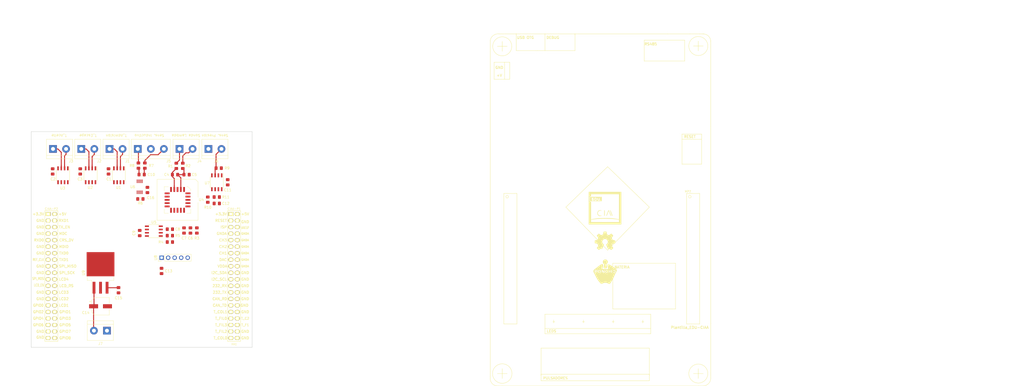
<source format=kicad_pcb>
(kicad_pcb (version 20171130) (host pcbnew "(5.0.0)")
  (title_block (title "Poncho Básico (Cambiar por el nombre del Poncho)") (date 2016-08-07) (rev 1.0) (company "Proyecto CIAA - COMPUTADORA INDUSTRIAL ABIERTA ARGENTINA") (comment 1 https://github.com/ciaa/Ponchos/tree/master/Basico/doc) (comment 2 "Autores y Licencia del template (Diego Brengi - UNLaM)") (comment 3 "Autor del poncho (COMPLETAR NOMBRE Y APELLIDO). Ver directorio \"doc\""))
  (layers (0 F.Cu mixed) (1 In1.Cu power) (2 In2.Cu power) (31 B.Cu signal) (34 B.Paste user) (35 F.Paste user) (36 B.SilkS user) (37 F.SilkS user) (38 B.Mask user) (39 F.Mask user) (44 Edge.Cuts user))
  (net 0 "")
  (net 1 +5V)
  (net 2 GND)
  (net 3 "Net-(C1-Pad1)")
  (net 4 "Net-(C1-Pad2)")
  (net 5 +3V3)
  (net 6 "Net-(C4-Pad1)")
  (net 7 "Net-(C4-Pad2)")
  (net 8 "Net-(C6-Pad1)")
  (net 9 "Net-(C7-Pad1)")
  (net 10 "Net-(C8-Pad1)")
  (net 11 "Net-(C10-Pad2)")
  (net 12 "Net-(C10-Pad1)")
  (net 13 "Net-(C12-Pad1)")
  (net 14 /edu-ciaa/PRES_IN)
  (net 15 +12V)
  (net 16 "Net-(J1-Pad1)")
  (net 17 "Net-(J1-Pad2)")
  (net 18 "Net-(J2-Pad2)")
  (net 19 "Net-(J2-Pad1)")
  (net 20 "Net-(J3-Pad2)")
  (net 21 "Net-(J3-Pad1)")
  (net 22 "Net-(J4-Pad1)")
  (net 23 "Net-(J4-Pad2)")
  (net 24 "Net-(J5-Pad1)")
  (net 25 "Net-(J5-Pad3)")
  (net 26 "Net-(J6-Pad2)")
  (net 27 /edu-ciaa/O2_IN)
  (net 28 "Net-(R5-Pad2)")
  (net 29 /rpm/RPM_PULSE)
  (net 30 /edu-ciaa/SCK)
  (net 31 /edu-ciaa/ADM_CS)
  (net 32 /edu-ciaa/SO)
  (net 33 "Net-(U1-Pad8)")
  (net 34 "Net-(U2-Pad8)")
  (net 35 /edu-ciaa/ESC_CS)
  (net 36 /edu-ciaa/ACT_CS)
  (net 37 "Net-(U3-Pad8)")
  (net 38 "Net-(U5-Pad7)")
  (net 39 "Net-(U6-Pad8)")
  (net 40 "Net-(U6-Pad3)")
  (net 41 "Net-(U7-Pad1)")
  (net 42 /comunicaciones/BT_TX)
  (net 43 /comunicaciones/BT_RX)
  (net 44 /comunicaciones/BT_STATE)
  (net 45 "Net-(XA1-Pad6)")
  (net 46 "Net-(XA1-Pad15)")
  (net 47 "Net-(XA1-Pad17)")
  (net 48 "Net-(XA1-Pad19)")
  (net 49 "Net-(XA1-Pad21)")
  (net 50 "Net-(XA1-Pad29)")
  (net 51 "Net-(XA1-Pad31)")
  (net 52 "Net-(XA1-Pad33)")
  (net 53 "Net-(XA1-Pad34)")
  (net 54 "Net-(XA1-Pad36)")
  (net 55 "Net-(XA1-Pad35)")
  (net 56 "Net-(XA1-Pad37)")
  (net 57 "Net-(XA1-Pad3)")
  (net 58 "Net-(XA1-Pad5)")
  (net 59 "Net-(XA1-Pad39)")
  (net 60 "Net-(XA1-Pad44)")
  (net 61 "Net-(XA1-Pad46)")
  (net 62 "Net-(XA1-Pad48)")
  (net 63 "Net-(XA1-Pad49)")
  (net 64 "Net-(XA1-Pad50)")
  (net 65 "Net-(XA1-Pad52)")
  (net 66 "Net-(XA1-Pad54)")
  (net 67 "Net-(XA1-Pad55)")
  (net 68 "Net-(XA1-Pad56)")
  (net 69 "Net-(XA1-Pad61)")
  (net 70 "Net-(XA1-Pad63)")
  (net 71 "Net-(XA1-Pad68)")
  (net 72 "Net-(XA1-Pad69)")
  (net 73 "Net-(XA1-Pad70)")
  (net 74 "Net-(XA1-Pad71)")
  (net 75 "Net-(XA1-Pad73)")
  (net 76 "Net-(XA1-Pad74)")
  (net 77 "Net-(XA1-Pad75)")
  (net 78 "Net-(XA1-Pad76)")
  (net 79 "Net-(XA1-Pad78)")
  (net 80 "Net-(XA1-Pad80)")
  (net 81 "Net-(XA1-Pad13)")
  (module footprint:Logo_EDU-CIAA (layer F.Cu) (at 116.39 96.805)
    (fp_text reference G*** hide)
    (fp_text value Logo_EDU-CIAA hide)
  )
  (module footprint:Logo_OSHWA (layer F.Cu) (at 116.39 109.505)
    (fp_text reference G101 hide)
    (fp_text value Logo_OSHWA hide)
  )
  (module footprint:Logo_Poncho (layer F.Cu) (at 116.39 121.57)
    (fp_text reference G*** hide)
    (fp_text value LOGO hide)
  )
  (module footprint:Plantilla_EDU-CIAA (layer F.Cu) (at 149.41 92.36)
    (fp_text reference MP? (at -0.762 -2.032) (layer F.SilkS) (effects (font (size 0.8 0.8) (thickness 0.12))))
    (fp_text value Plantilla_EDU-CIAA (at -0.03 50.9) (layer F.SilkS) (effects (font (size 1.016 1.016) (thickness 0.2032))))
    (fp_text user GND (at -74.168 -50.292) (layer F.SilkS) (effects (font (thickness 0.2))))
    (fp_text user +V (at -74.168 -47.244) (layer F.SilkS) (effects (font (thickness 0.2))))
    (fp_text user DEBUG (at -53.34 -61.976) (layer F.SilkS) (effects (font (thickness 0.2))))
    (fp_text user "USB OTG" (at -64.008 -61.976) (layer F.SilkS) (effects (font (thickness 0.2))))
    (fp_text user RS485 (at -15.24 -59.436) (layer F.SilkS) (effects (font (thickness 0.2))))
    (fp_text user RESET (at 0 -23.368) (layer F.SilkS) (effects (font (thickness 0.2))))
    (fp_text user BATERIA (at -26.416 27.432) (layer F.SilkS) (effects (font (thickness 0.2))))
    (fp_text user LEDS (at -53.848 52.324) (layer F.SilkS) (effects (font (thickness 0.2))))
    (fp_text user PULSADORES (at -52.324 70.612) (layer F.SilkS) (effects (font (thickness 0.2))))
  )
  (module Capacitor_SMD:C_0805_2012Metric_Pad1.15x1.40mm_HandSolder (layer F.Cu) (at -76.888792 82.503661 270)
    (fp_text reference C1 (at 2.996339 -0.138792) (layer F.SilkS))
    (fp_text value 0.01uF hide)
    (pad 1 smd roundrect (at -1.025 0 270) (size 1.15 1.4) (layers F.Cu F.Paste F.Mask) (roundrect_rratio 0.217391) (net 3 "Net-(C1-Pad1)"))
    (pad 2 smd roundrect (at 1.025 0 270) (size 1.15 1.4) (layers F.Cu F.Paste F.Mask) (roundrect_rratio 0.217391) (net 4 "Net-(C1-Pad2)"))
  )
  (module Capacitor_SMD:C_0805_2012Metric_Pad1.15x1.40mm_HandSolder (layer F.Cu) (at -98.638792 82.503661 90)
    (fp_text reference C2 (at -2.996339 0.138792 180) (layer F.SilkS))
    (fp_text value 0.01uF hide)
    (pad 2 smd roundrect (at 1.025 0 90) (size 1.15 1.4) (layers F.Cu F.Paste F.Mask) (roundrect_rratio 0.217391) (net 5 +3V3))
    (pad 1 smd roundrect (at -1.025 0 90) (size 1.15 1.4) (layers F.Cu F.Paste F.Mask) (roundrect_rratio 0.217391) (net 2 GND))
  )
  (module Capacitor_SMD:C_0805_2012Metric_Pad1.15x1.40mm_HandSolder (layer F.Cu) (at -87.888792 82.503661 270)
    (fp_text reference C3 (at 2.996339 0.111208) (layer F.SilkS))
    (fp_text value 0.01uF hide)
    (pad 2 smd roundrect (at 1.025 0 270) (size 1.15 1.4) (layers F.Cu F.Paste F.Mask) (roundrect_rratio 0.217391) (net 4 "Net-(C1-Pad2)"))
    (pad 1 smd roundrect (at -1.025 0 270) (size 1.15 1.4) (layers F.Cu F.Paste F.Mask) (roundrect_rratio 0.217391) (net 3 "Net-(C1-Pad1)"))
  )
  (module Capacitor_SMD:C_0805_2012Metric_Pad1.15x1.40mm_HandSolder (layer F.Cu) (at -51 83.759266)
    (fp_text reference C4 (at -3.268488 -0.009266 180) (layer F.SilkS))
    (fp_text value 0.01uF hide)
    (pad 1 smd roundrect (at -1.025 0) (size 1.15 1.4) (layers F.Cu F.Paste F.Mask) (roundrect_rratio 0.217391) (net 6 "Net-(C4-Pad1)"))
    (pad 2 smd roundrect (at 1.025 0) (size 1.15 1.4) (layers F.Cu F.Paste F.Mask) (roundrect_rratio 0.217391) (net 7 "Net-(C4-Pad2)"))
  )
  (module Capacitor_SMD:C_0805_2012Metric_Pad1.15x1.40mm_HandSolder (layer F.Cu) (at -46.5 83.759266)
    (fp_text reference C5 (at 3 0 180) (layer F.SilkS))
    (fp_text value 0.01uF hide)
    (pad 2 smd roundrect (at 1.025 0) (size 1.15 1.4) (layers F.Cu F.Paste F.Mask) (roundrect_rratio 0.217391) (net 2 GND))
    (pad 1 smd roundrect (at -1.025 0) (size 1.15 1.4) (layers F.Cu F.Paste F.Mask) (roundrect_rratio 0.217391) (net 7 "Net-(C4-Pad2)"))
  )
  (module Capacitor_SMD:C_0805_2012Metric_Pad1.15x1.40mm_HandSolder (layer F.Cu) (at -45 105.5 270)
    (fp_text reference C6 (at 3 0 180) (layer F.SilkS))
    (fp_text value 0.01uF hide)
    (pad 1 smd roundrect (at -1.025 0 270) (size 1.15 1.4) (layers F.Cu F.Paste F.Mask) (roundrect_rratio 0.217391) (net 8 "Net-(C6-Pad1)"))
    (pad 2 smd roundrect (at 1.025 0 270) (size 1.15 1.4) (layers F.Cu F.Paste F.Mask) (roundrect_rratio 0.217391) (net 2 GND))
  )
  (module Capacitor_SMD:C_0805_2012Metric_Pad1.15x1.40mm_HandSolder (layer F.Cu) (at -47.5 105.5 270)
    (fp_text reference C7 (at 3 0) (layer F.SilkS))
    (fp_text value 0.01uF hide)
    (pad 1 smd roundrect (at -1.025 0 270) (size 1.15 1.4) (layers F.Cu F.Paste F.Mask) (roundrect_rratio 0.217391) (net 9 "Net-(C7-Pad1)"))
    (pad 2 smd roundrect (at 1.025 0 270) (size 1.15 1.4) (layers F.Cu F.Paste F.Mask) (roundrect_rratio 0.217391) (net 2 GND))
  )
  (module Capacitor_SMD:C_0805_2012Metric_Pad1.15x1.40mm_HandSolder (layer F.Cu) (at -53 105)
    (fp_text reference C8 (at 3 0) (layer F.SilkS))
    (fp_text value 0.01uF hide)
    (pad 2 smd roundrect (at 1.025 0) (size 1.15 1.4) (layers F.Cu F.Paste F.Mask) (roundrect_rratio 0.217391) (net 2 GND))
    (pad 1 smd roundrect (at -1.025 0) (size 1.15 1.4) (layers F.Cu F.Paste F.Mask) (roundrect_rratio 0.217391) (net 10 "Net-(C8-Pad1)"))
  )
  (module Capacitor_SMD:C_0805_2012Metric_Pad1.15x1.40mm_HandSolder (layer F.Cu) (at -64.75 106.5 90)
    (fp_text reference C9 (at 0 -2.25 90) (layer F.SilkS))
    (fp_text value 0.01uF hide)
    (pad 1 smd roundrect (at -1.025 0 90) (size 1.15 1.4) (layers F.Cu F.Paste F.Mask) (roundrect_rratio 0.217391) (net 1 +5V))
    (pad 2 smd roundrect (at 1.025 0 90) (size 1.15 1.4) (layers F.Cu F.Paste F.Mask) (roundrect_rratio 0.217391) (net 2 GND))
  )
  (module Capacitor_SMD:C_0805_2012Metric_Pad1.15x1.40mm_HandSolder (layer F.Cu) (at -63.996278 83.730894 180)
    (fp_text reference C10 (at -3.746278 -0.019106 180) (layer F.SilkS))
    (fp_text value 1nF hide)
    (pad 2 smd roundrect (at 1.025 0 180) (size 1.15 1.4) (layers F.Cu F.Paste F.Mask) (roundrect_rratio 0.217391) (net 11 "Net-(C10-Pad2)"))
    (pad 1 smd roundrect (at -1.025 0 180) (size 1.15 1.4) (layers F.Cu F.Paste F.Mask) (roundrect_rratio 0.217391) (net 12 "Net-(C10-Pad1)"))
  )
  (module Capacitor_SMD:C_0805_2012Metric_Pad1.15x1.40mm_HandSolder (layer F.Cu) (at -30.496278 86.730894 90)
    (fp_text reference C11 (at -3.019106 -0.003722 180) (layer F.SilkS))
    (fp_text value 0.01uF hide)
    (pad 1 smd roundrect (at -1.025 0 90) (size 1.15 1.4) (layers F.Cu F.Paste F.Mask) (roundrect_rratio 0.217391) (net 1 +5V))
    (pad 2 smd roundrect (at 1.025 0 90) (size 1.15 1.4) (layers F.Cu F.Paste F.Mask) (roundrect_rratio 0.217391) (net 2 GND))
  )
  (module Capacitor_SMD:C_0805_2012Metric_Pad1.15x1.40mm_HandSolder (layer F.Cu) (at -34.746278 94.980894)
    (fp_text reference C12 (at 3.5 0) (layer F.SilkS))
    (fp_text value 0.01uF hide)
    (pad 1 smd roundrect (at -1.025 0) (size 1.15 1.4) (layers F.Cu F.Paste F.Mask) (roundrect_rratio 0.217391) (net 13 "Net-(C12-Pad1)"))
    (pad 2 smd roundrect (at 1.025 0) (size 1.15 1.4) (layers F.Cu F.Paste F.Mask) (roundrect_rratio 0.217391) (net 14 /edu-ciaa/PRES_IN))
  )
  (module Capacitor_SMD:C_0805_2012Metric_Pad1.15x1.40mm_HandSolder (layer F.Cu) (at -56.25 121.25 270)
    (fp_text reference C13 (at 0 -2.75) (layer F.SilkS))
    (fp_text value 0.01uF hide)
    (pad 2 smd roundrect (at 1.025 0 270) (size 1.15 1.4) (layers F.Cu F.Paste F.Mask) (roundrect_rratio 0.217391) (net 2 GND))
    (pad 1 smd roundrect (at -1.025 0 270) (size 1.15 1.4) (layers F.Cu F.Paste F.Mask) (roundrect_rratio 0.217391) (net 5 +3V3))
  )
  (module Capacitor_SMD:CP_Elec_6.3x3 (layer F.Cu) (at -80 135)
    (fp_text reference C14 (at -5.75 2.5) (layer F.SilkS))
    (fp_text value 0.22uF hide)
    (pad 1 smd rect (at -2.7 0) (size 3.5 1.6) (layers F.Cu F.Paste F.Mask) (net 15 +12V))
    (pad 2 smd rect (at 2.7 0) (size 3.5 1.6) (layers F.Cu F.Paste F.Mask) (net 2 GND))
  )
  (module Capacitor_SMD:C_0805_2012Metric_Pad1.15x1.40mm_HandSolder (layer F.Cu) (at -73 128.75 270)
    (fp_text reference C15 (at 3 0) (layer F.SilkS))
    (fp_text value 0.01uF hide)
    (pad 1 smd roundrect (at -1.025 0 270) (size 1.15 1.4) (layers F.Cu F.Paste F.Mask) (roundrect_rratio 0.217391) (net 1 +5V))
    (pad 2 smd roundrect (at 1.025 0 270) (size 1.15 1.4) (layers F.Cu F.Paste F.Mask) (roundrect_rratio 0.217391) (net 2 GND))
  )
  (module Capacitor_SMD:C_0805_2012Metric_Pad1.15x1.40mm_HandSolder (layer F.Cu) (at -61.746278 89.730894 90)
    (fp_text reference C16 (at -3.019106 1.246278 180) (layer F.SilkS))
    (fp_text value 0.01uF hide)
    (pad 2 smd roundrect (at 1.025 0 90) (size 1.15 1.4) (layers F.Cu F.Paste F.Mask) (roundrect_rratio 0.217391) (net 2 GND))
    (pad 1 smd roundrect (at -1.025 0 90) (size 1.15 1.4) (layers F.Cu F.Paste F.Mask) (roundrect_rratio 0.217391) (net 1 +5V))
  )
  (module TerminalBlock:TerminalBlock_bornier-2_P5.08mm (layer F.Cu) (at -76.5 73.753661)
    (fp_text reference J1 (at 7 4.746339) (layer F.SilkS))
    (fp_text value T_Admisión (at 2.638792 -5.253661 180 unlocked) (layer F.SilkS))
    (pad 1 thru_hole rect (at 0 0) (size 3 3) (drill 1.52) (layers *.Cu *.Mask) (net 16 "Net-(J1-Pad1)"))
    (pad 2 thru_hole circle (at 5.08 0) (size 3 3) (drill 1.52) (layers *.Cu *.Mask) (net 17 "Net-(J1-Pad2)"))
  )
  (module TerminalBlock:TerminalBlock_bornier-2_P5.08mm (layer F.Cu) (at -87.5 73.753661)
    (fp_text reference J2 (at 7 4.746339) (layer F.SilkS))
    (fp_text value T_Escape (at 2.638792 -5.253661 180 unlocked) (layer F.SilkS))
    (pad 2 thru_hole circle (at 5.08 0) (size 3 3) (drill 1.52) (layers *.Cu *.Mask) (net 18 "Net-(J2-Pad2)"))
    (pad 1 thru_hole rect (at 0 0) (size 3 3) (drill 1.52) (layers *.Cu *.Mask) (net 19 "Net-(J2-Pad1)"))
  )
  (module TerminalBlock:TerminalBlock_bornier-2_P5.08mm (layer F.Cu) (at -98.5 73.75)
    (fp_text reference J3 (at 7 4.75) (layer F.SilkS))
    (fp_text value T_Aceite (at 2.388792 -5.25 180 unlocked) (layer F.SilkS))
    (pad 2 thru_hole circle (at 5.08 0) (size 3 3) (drill 1.52) (layers *.Cu *.Mask) (net 20 "Net-(J3-Pad2)"))
    (pad 1 thru_hole rect (at 0 0) (size 3 3) (drill 1.52) (layers *.Cu *.Mask) (net 21 "Net-(J3-Pad1)"))
  )
  (module TerminalBlock:TerminalBlock_bornier-2_P5.08mm (layer F.Cu) (at -49.25 73.75)
    (fp_text reference J4 (at 7.75 4.75) (layer F.SilkS))
    (fp_text value "Sonda Lambda" (at 2.54 -5.25 180 unlocked) (layer F.SilkS))
    (pad 1 thru_hole rect (at 0 0) (size 3 3) (drill 1.52) (layers *.Cu *.Mask) (net 22 "Net-(J4-Pad1)"))
    (pad 2 thru_hole circle (at 5.08 0) (size 3 3) (drill 1.52) (layers *.Cu *.Mask) (net 23 "Net-(J4-Pad2)"))
  )
  (module TerminalBlock:TerminalBlock_bornier-3_P5.08mm (layer F.Cu) (at -65.496278 73.75)
    (fp_text reference J5 (at 11.996278 4.75) (layer F.SilkS))
    (fp_text value "Sens. Inductivo" (at 4.496278 -5.25 180 unlocked) (layer F.SilkS))
    (pad 1 thru_hole rect (at 0 0) (size 3 3) (drill 1.52) (layers *.Cu *.Mask) (net 24 "Net-(J5-Pad1)"))
    (pad 2 thru_hole circle (at 5.08 0) (size 3 3) (drill 1.52) (layers *.Cu *.Mask) (net 2 GND))
    (pad 3 thru_hole circle (at 10.16 0) (size 3 3) (drill 1.52) (layers *.Cu *.Mask) (net 25 "Net-(J5-Pad3)"))
  )
  (module TerminalBlock:TerminalBlock_bornier-2_P5.08mm (layer F.Cu) (at -38 73.75)
    (fp_text reference J6 (at 3 4.75) (layer F.SilkS))
    (fp_text value "Sens. Presión" (at 2.5 -5.25 180 unlocked) (layer F.SilkS))
    (pad 2 thru_hole circle (at 5.08 0) (size 3 3) (drill 1.52) (layers *.Cu *.Mask) (net 26 "Net-(J6-Pad2)"))
    (pad 1 thru_hole rect (at 0 0) (size 3 3) (drill 1.52) (layers *.Cu *.Mask) (net 2 GND))
  )
  (module TerminalBlock:TerminalBlock_bornier-2_P5.08mm (layer F.Cu) (at -77.5 144.5 180)
    (fp_text reference J7 (at 2.54 -5.08 180) (layer F.SilkS))
    (fp_text value BATT)
    (pad 1 thru_hole rect (at 0 0 180) (size 3 3) (drill 1.52) (layers *.Cu *.Mask) (net 2 GND))
    (pad 2 thru_hole circle (at 5.08 0 180) (size 3 3) (drill 1.52) (layers *.Cu *.Mask) (net 15 +12V))
  )
  (module Resistor_SMD:R_0805_2012Metric_Pad1.15x1.40mm_HandSolder (layer F.Cu) (at -50.5 80.332149 90)
    (fp_text reference R1 (at -0.167851 -2.268488 180) (layer F.SilkS))
    (fp_text value 100ohm hide)
    (pad 2 smd roundrect (at 1.025 0 90) (size 1.15 1.4) (layers F.Cu F.Paste F.Mask) (roundrect_rratio 0.217391) (net 22 "Net-(J4-Pad1)"))
    (pad 1 smd roundrect (at -1.025 0 90) (size 1.15 1.4) (layers F.Cu F.Paste F.Mask) (roundrect_rratio 0.217391) (net 6 "Net-(C4-Pad1)"))
  )
  (module Resistor_SMD:R_0805_2012Metric_Pad1.15x1.40mm_HandSolder (layer F.Cu) (at -47.981512 80.332149 90)
    (fp_text reference R2 (at 0 2.040744 180) (layer F.SilkS))
    (fp_text value 100ohm hide)
    (pad 1 smd roundrect (at -1.025 0 90) (size 1.15 1.4) (layers F.Cu F.Paste F.Mask) (roundrect_rratio 0.217391) (net 7 "Net-(C4-Pad2)"))
    (pad 2 smd roundrect (at 1.025 0 90) (size 1.15 1.4) (layers F.Cu F.Paste F.Mask) (roundrect_rratio 0.217391) (net 23 "Net-(J4-Pad2)"))
  )
  (module Resistor_SMD:R_0805_2012Metric_Pad1.15x1.40mm_HandSolder (layer F.Cu) (at -42.5 105.5 270)
    (fp_text reference R3 (at 3 0) (layer F.SilkS))
    (fp_text value 10k hide)
    (pad 1 smd roundrect (at -1.025 0 270) (size 1.15 1.4) (layers F.Cu F.Paste F.Mask) (roundrect_rratio 0.217391) (net 8 "Net-(C6-Pad1)"))
    (pad 2 smd roundrect (at 1.025 0 270) (size 1.15 1.4) (layers F.Cu F.Paste F.Mask) (roundrect_rratio 0.217391) (net 15 +12V))
  )
  (module Resistor_SMD:R_0805_2012Metric_Pad1.15x1.40mm_HandSolder (layer F.Cu) (at -53 110)
    (fp_text reference R4 (at -3.5 0) (layer F.SilkS))
    (fp_text value 1.1k hide)
    (pad 1 smd roundrect (at -1.025 0) (size 1.15 1.4) (layers F.Cu F.Paste F.Mask) (roundrect_rratio 0.217391) (net 2 GND))
    (pad 2 smd roundrect (at 1.025 0) (size 1.15 1.4) (layers F.Cu F.Paste F.Mask) (roundrect_rratio 0.217391) (net 27 /edu-ciaa/O2_IN))
  )
  (module Resistor_SMD:R_0805_2012Metric_Pad1.15x1.40mm_HandSolder (layer F.Cu) (at -53 107.5 180)
    (fp_text reference R5 (at -3 0 180) (layer F.SilkS))
    (fp_text value 680 hide)
    (pad 2 smd roundrect (at 1.025 0 180) (size 1.15 1.4) (layers F.Cu F.Paste F.Mask) (roundrect_rratio 0.217391) (net 28 "Net-(R5-Pad2)"))
    (pad 1 smd roundrect (at -1.025 0 180) (size 1.15 1.4) (layers F.Cu F.Paste F.Mask) (roundrect_rratio 0.217391) (net 27 /edu-ciaa/O2_IN))
  )
  (module Resistor_SMD:R_0805_2012Metric_Pad1.15x1.40mm_HandSolder (layer F.Cu) (at -64.496278 93.230894 180)
    (fp_text reference R6 (at 0 -1.65 180) (layer F.SilkS))
    (fp_text value 10k hide)
    (pad 2 smd roundrect (at 1.025 0 180) (size 1.15 1.4) (layers F.Cu F.Paste F.Mask) (roundrect_rratio 0.217391) (net 29 /rpm/RPM_PULSE))
    (pad 1 smd roundrect (at -1.025 0 180) (size 1.15 1.4) (layers F.Cu F.Paste F.Mask) (roundrect_rratio 0.217391) (net 1 +5V))
  )
  (module Resistor_SMD:R_0805_2012Metric_Pad1.15x1.40mm_HandSolder (layer F.Cu) (at -62.75 80.25 270)
    (fp_text reference R7 (at 0 -2.5) (layer F.SilkS))
    (fp_text value 10k hide)
    (pad 2 smd roundrect (at 1.025 0 270) (size 1.15 1.4) (layers F.Cu F.Paste F.Mask) (roundrect_rratio 0.217391) (net 12 "Net-(C10-Pad1)"))
    (pad 1 smd roundrect (at -1.025 0 270) (size 1.15 1.4) (layers F.Cu F.Paste F.Mask) (roundrect_rratio 0.217391) (net 25 "Net-(J5-Pad3)"))
  )
  (module Resistor_SMD:R_0805_2012Metric_Pad1.15x1.40mm_HandSolder (layer F.Cu) (at -65.25 80.25 270)
    (fp_text reference R8 (at 0 2.5) (layer F.SilkS))
    (fp_text value 10k hide)
    (pad 1 smd roundrect (at -1.025 0 270) (size 1.15 1.4) (layers F.Cu F.Paste F.Mask) (roundrect_rratio 0.217391) (net 24 "Net-(J5-Pad1)"))
    (pad 2 smd roundrect (at 1.025 0 270) (size 1.15 1.4) (layers F.Cu F.Paste F.Mask) (roundrect_rratio 0.217391) (net 11 "Net-(C10-Pad2)"))
  )
  (module Resistor_SMD:R_0805_2012Metric_Pad1.15x1.40mm_HandSolder (layer F.Cu) (at -34 81.230894 180)
    (fp_text reference R9 (at -3.25 -0.019106 180) (layer F.SilkS))
    (fp_text value R_US hide)
    (pad 1 smd roundrect (at -1.025 0 180) (size 1.15 1.4) (layers F.Cu F.Paste F.Mask) (roundrect_rratio 0.217391) (net 1 +5V))
    (pad 2 smd roundrect (at 1.025 0 180) (size 1.15 1.4) (layers F.Cu F.Paste F.Mask) (roundrect_rratio 0.217391) (net 26 "Net-(J6-Pad2)"))
  )
  (module Resistor_SMD:R_0805_2012Metric_Pad1.15x1.40mm_HandSolder (layer F.Cu) (at -38.25 93.5 90)
    (fp_text reference R10 (at -3 0 180) (layer F.SilkS))
    (fp_text value R_US hide)
    (pad 2 smd roundrect (at 1.025 0 90) (size 1.15 1.4) (layers F.Cu F.Paste F.Mask) (roundrect_rratio 0.217391) (net 13 "Net-(C12-Pad1)"))
    (pad 1 smd roundrect (at -1.025 0 90) (size 1.15 1.4) (layers F.Cu F.Paste F.Mask) (roundrect_rratio 0.217391) (net 2 GND))
  )
  (module Resistor_SMD:R_0805_2012Metric_Pad1.15x1.40mm_HandSolder (layer F.Cu) (at -34.746278 92.480894 180)
    (fp_text reference R11 (at -3.5 0 180) (layer F.SilkS))
    (fp_text value R_US hide)
    (pad 1 smd roundrect (at -1.025 0 180) (size 1.15 1.4) (layers F.Cu F.Paste F.Mask) (roundrect_rratio 0.217391) (net 14 /edu-ciaa/PRES_IN))
    (pad 2 smd roundrect (at 1.025 0 180) (size 1.15 1.4) (layers F.Cu F.Paste F.Mask) (roundrect_rratio 0.217391) (net 13 "Net-(C12-Pad1)"))
  )
  (module Package_SO:SOIC-8_3.9x4.9mm_P1.27mm (layer F.Cu) (at -72.888792 84.003661 270)
    (fp_text reference U1 (at 4.746339 0.111208) (layer F.SilkS))
    (fp_text value MAX31855 hide)
    (pad 1 smd rect (at -2.7 -1.905 270) (size 1.55 0.6) (layers F.Cu F.Paste F.Mask) (net 2 GND))
    (pad 2 smd rect (at -2.7 -0.635 270) (size 1.55 0.6) (layers F.Cu F.Paste F.Mask) (net 17 "Net-(J1-Pad2)"))
    (pad 3 smd rect (at -2.7 0.635 270) (size 1.55 0.6) (layers F.Cu F.Paste F.Mask) (net 16 "Net-(J1-Pad1)"))
    (pad 4 smd rect (at -2.7 1.905 270) (size 1.55 0.6) (layers F.Cu F.Paste F.Mask) (net 5 +3V3))
    (pad 5 smd rect (at 2.7 1.905 270) (size 1.55 0.6) (layers F.Cu F.Paste F.Mask) (net 30 /edu-ciaa/SCK))
    (pad 6 smd rect (at 2.7 0.635 270) (size 1.55 0.6) (layers F.Cu F.Paste F.Mask) (net 31 /edu-ciaa/ADM_CS))
    (pad 7 smd rect (at 2.7 -0.635 270) (size 1.55 0.6) (layers F.Cu F.Paste F.Mask) (net 32 /edu-ciaa/SO))
    (pad 8 smd rect (at 2.7 -1.905 270) (size 1.55 0.6) (layers F.Cu F.Paste F.Mask) (net 33 "Net-(U1-Pad8)"))
  )
  (module Package_SO:SOIC-8_3.9x4.9mm_P1.27mm (layer F.Cu) (at -83.888792 84.003661 270)
    (fp_text reference U2 (at 4.746339 0.111208) (layer F.SilkS))
    (fp_text value MAX31855 hide)
    (pad 8 smd rect (at 2.7 -1.905 270) (size 1.55 0.6) (layers F.Cu F.Paste F.Mask) (net 34 "Net-(U2-Pad8)"))
    (pad 7 smd rect (at 2.7 -0.635 270) (size 1.55 0.6) (layers F.Cu F.Paste F.Mask) (net 32 /edu-ciaa/SO))
    (pad 6 smd rect (at 2.7 0.635 270) (size 1.55 0.6) (layers F.Cu F.Paste F.Mask) (net 35 /edu-ciaa/ESC_CS))
    (pad 5 smd rect (at 2.7 1.905 270) (size 1.55 0.6) (layers F.Cu F.Paste F.Mask) (net 30 /edu-ciaa/SCK))
    (pad 4 smd rect (at -2.7 1.905 270) (size 1.55 0.6) (layers F.Cu F.Paste F.Mask) (net 5 +3V3))
    (pad 3 smd rect (at -2.7 0.635 270) (size 1.55 0.6) (layers F.Cu F.Paste F.Mask) (net 19 "Net-(J2-Pad1)"))
    (pad 2 smd rect (at -2.7 -0.635 270) (size 1.55 0.6) (layers F.Cu F.Paste F.Mask) (net 18 "Net-(J2-Pad2)"))
    (pad 1 smd rect (at -2.7 -1.905 270) (size 1.55 0.6) (layers F.Cu F.Paste F.Mask) (net 2 GND))
  )
  (module Package_SO:SOIC-8_3.9x4.9mm_P1.27mm (layer F.Cu) (at -94.638792 84.003661 270)
    (fp_text reference U3 (at 4.996339 0.111208) (layer F.SilkS))
    (fp_text value MAX31855 hide)
    (pad 1 smd rect (at -2.7 -1.905 270) (size 1.55 0.6) (layers F.Cu F.Paste F.Mask) (net 2 GND))
    (pad 2 smd rect (at -2.7 -0.635 270) (size 1.55 0.6) (layers F.Cu F.Paste F.Mask) (net 20 "Net-(J3-Pad2)"))
    (pad 3 smd rect (at -2.7 0.635 270) (size 1.55 0.6) (layers F.Cu F.Paste F.Mask) (net 21 "Net-(J3-Pad1)"))
    (pad 4 smd rect (at -2.7 1.905 270) (size 1.55 0.6) (layers F.Cu F.Paste F.Mask) (net 5 +3V3))
    (pad 5 smd rect (at 2.7 1.905 270) (size 1.55 0.6) (layers F.Cu F.Paste F.Mask) (net 30 /edu-ciaa/SCK))
    (pad 6 smd rect (at 2.7 0.635 270) (size 1.55 0.6) (layers F.Cu F.Paste F.Mask) (net 36 /edu-ciaa/ACT_CS))
    (pad 7 smd rect (at 2.7 -0.635 270) (size 1.55 0.6) (layers F.Cu F.Paste F.Mask) (net 32 /edu-ciaa/SO))
    (pad 8 smd rect (at 2.7 -1.905 270) (size 1.55 0.6) (layers F.Cu F.Paste F.Mask) (net 37 "Net-(U3-Pad8)"))
  )
  (module Package_LCC:PLCC-20_SMD-Socket (layer F.Cu) (at -50.022256 93.582149 270)
    (fp_text reference U4 (at -0.082149 -9.272256) (layer F.SilkS))
    (fp_text value LM9044 hide)
    (pad 1 smd rect (at 0 -4.0525 270) (size 0.7 1.925) (layers F.Cu F.Paste F.Mask))
    (pad 2 smd rect (at -1.27 -4.0525 270) (size 0.7 1.925) (layers F.Cu F.Paste F.Mask) (net 2 GND))
    (pad 3 smd rect (at -2.54 -4.0525 270) (size 0.7 1.925) (layers F.Cu F.Paste F.Mask))
    (pad 20 smd rect (at 1.27 -4.0525 270) (size 0.7 1.925) (layers F.Cu F.Paste F.Mask) (net 1 +5V))
    (pad 19 smd rect (at 2.54 -4.0525 270) (size 0.7 1.925) (layers F.Cu F.Paste F.Mask))
    (pad 4 smd rect (at -4.0525 -2.54 270) (size 1.925 0.7) (layers F.Cu F.Paste F.Mask))
    (pad 5 smd rect (at -4.0525 -1.27 270) (size 1.925 0.7) (layers F.Cu F.Paste F.Mask) (net 7 "Net-(C4-Pad2)"))
    (pad 6 smd rect (at -4.0525 0 270) (size 1.925 0.7) (layers F.Cu F.Paste F.Mask))
    (pad 7 smd rect (at -4.0525 1.27 270) (size 1.925 0.7) (layers F.Cu F.Paste F.Mask) (net 6 "Net-(C4-Pad1)"))
    (pad 8 smd rect (at -4.0525 2.54 270) (size 1.925 0.7) (layers F.Cu F.Paste F.Mask))
    (pad 9 smd rect (at -2.54 4.0525 270) (size 0.7 1.925) (layers F.Cu F.Paste F.Mask))
    (pad 10 smd rect (at -1.27 4.0525 270) (size 0.7 1.925) (layers F.Cu F.Paste F.Mask))
    (pad 11 smd rect (at 0 4.0525 270) (size 0.7 1.925) (layers F.Cu F.Paste F.Mask))
    (pad 12 smd rect (at 1.27 4.0525 270) (size 0.7 1.925) (layers F.Cu F.Paste F.Mask) (net 10 "Net-(C8-Pad1)"))
    (pad 13 smd rect (at 2.54 4.0525 270) (size 0.7 1.925) (layers F.Cu F.Paste F.Mask))
    (pad 14 smd rect (at 4.0525 2.54 270) (size 1.925 0.7) (layers F.Cu F.Paste F.Mask))
    (pad 15 smd rect (at 4.0525 1.27 270) (size 1.925 0.7) (layers F.Cu F.Paste F.Mask) (net 9 "Net-(C7-Pad1)"))
    (pad 16 smd rect (at 4.0525 0 270) (size 1.925 0.7) (layers F.Cu F.Paste F.Mask))
    (pad 17 smd rect (at 4.0525 -1.27 270) (size 1.925 0.7) (layers F.Cu F.Paste F.Mask) (net 8 "Net-(C6-Pad1)"))
    (pad 18 smd rect (at 4.0525 -2.54 270) (size 1.925 0.7) (layers F.Cu F.Paste F.Mask))
  )
  (module Package_SO:SOIC-8_3.9x4.9mm_P1.27mm (layer F.Cu) (at -59.25 105.75 180)
    (fp_text reference U5 (at 0 3.5 180) (layer F.SilkS))
    (fp_text value LM358 hide)
    (pad 8 smd rect (at 2.7 -1.905 180) (size 1.55 0.6) (layers F.Cu F.Paste F.Mask) (net 1 +5V))
    (pad 7 smd rect (at 2.7 -0.635 180) (size 1.55 0.6) (layers F.Cu F.Paste F.Mask) (net 38 "Net-(U5-Pad7)"))
    (pad 6 smd rect (at 2.7 0.635 180) (size 1.55 0.6) (layers F.Cu F.Paste F.Mask) (net 2 GND))
    (pad 5 smd rect (at 2.7 1.905 180) (size 1.55 0.6) (layers F.Cu F.Paste F.Mask) (net 2 GND))
    (pad 4 smd rect (at -2.7 1.905 180) (size 1.55 0.6) (layers F.Cu F.Paste F.Mask) (net 2 GND))
    (pad 3 smd rect (at -2.7 0.635 180) (size 1.55 0.6) (layers F.Cu F.Paste F.Mask) (net 10 "Net-(C8-Pad1)"))
    (pad 2 smd rect (at -2.7 -0.635 180) (size 1.55 0.6) (layers F.Cu F.Paste F.Mask) (net 28 "Net-(R5-Pad2)"))
    (pad 1 smd rect (at -2.7 -1.905 180) (size 1.55 0.6) (layers F.Cu F.Paste F.Mask) (net 28 "Net-(R5-Pad2)"))
  )
  (module umax:UMAX10 (layer F.Cu) (at -64.746278 88.480894 270)
    (fp_text reference U6 (at 0.019106 2.753722) (layer F.SilkS))
    (fp_text value MAX9924 hide)
    (pad 10 smd rect (at 2.14 -1 270) (size 1.4 0.28) (layers F.Cu F.Paste F.Mask) (net 1 +5V))
    (pad 9 smd rect (at 2.14 -0.5 270) (size 1.4 0.28) (layers F.Cu F.Paste F.Mask) (net 2 GND))
    (pad 8 smd rect (at 2.14 0 270) (size 1.4 0.28) (layers F.Cu F.Paste F.Mask) (net 39 "Net-(U6-Pad8)"))
    (pad 7 smd rect (at 2.14 0.5 270) (size 1.4 0.28) (layers F.Cu F.Paste F.Mask) (net 29 /rpm/RPM_PULSE))
    (pad 6 smd rect (at 2.14 1 270) (size 1.4 0.28) (layers F.Cu F.Paste F.Mask) (net 2 GND))
    (pad 5 smd rect (at -2.14 1 270) (size 1.4 0.28) (layers F.Cu F.Paste F.Mask) (net 2 GND))
    (pad 4 smd rect (at -2.14 0.5 270) (size 1.4 0.28) (layers F.Cu F.Paste F.Mask) (net 2 GND))
    (pad 3 smd rect (at -2.14 0 270) (size 1.4 0.28) (layers F.Cu F.Paste F.Mask) (net 40 "Net-(U6-Pad3)"))
    (pad 2 smd rect (at -2.14 -0.5 270) (size 1.4 0.28) (layers F.Cu F.Paste F.Mask) (net 11 "Net-(C10-Pad2)"))
    (pad 1 smd rect (at -2.14 -1 270) (size 1.4 0.28) (layers F.Cu F.Paste F.Mask) (net 12 "Net-(C10-Pad1)"))
  )
  (module Package_SO:SOIC-8_3.9x4.9mm_P1.27mm (layer F.Cu) (at -34.746278 86.730894 270)
    (fp_text reference U7 (at 0.269106 3.753722) (layer F.SilkS))
    (fp_text value LM358 hide)
    (pad 1 smd rect (at -2.7 -1.905 270) (size 1.55 0.6) (layers F.Cu F.Paste F.Mask) (net 41 "Net-(U7-Pad1)"))
    (pad 2 smd rect (at -2.7 -0.635 270) (size 1.55 0.6) (layers F.Cu F.Paste F.Mask) (net 41 "Net-(U7-Pad1)"))
    (pad 3 smd rect (at -2.7 0.635 270) (size 1.55 0.6) (layers F.Cu F.Paste F.Mask) (net 26 "Net-(J6-Pad2)"))
    (pad 4 smd rect (at -2.7 1.905 270) (size 1.55 0.6) (layers F.Cu F.Paste F.Mask) (net 2 GND))
    (pad 5 smd rect (at 2.7 1.905 270) (size 1.55 0.6) (layers F.Cu F.Paste F.Mask) (net 41 "Net-(U7-Pad1)"))
    (pad 6 smd rect (at 2.7 0.635 270) (size 1.55 0.6) (layers F.Cu F.Paste F.Mask) (net 13 "Net-(C12-Pad1)"))
    (pad 7 smd rect (at 2.7 -0.635 270) (size 1.55 0.6) (layers F.Cu F.Paste F.Mask) (net 14 /edu-ciaa/PRES_IN))
    (pad 8 smd rect (at 2.7 -1.905 270) (size 1.55 0.6) (layers F.Cu F.Paste F.Mask) (net 1 +5V))
  )
  (module Connector_PinHeader_2.54mm:PinHeader_1x05_P2.54mm_Vertical (layer F.Cu) (at -56.224999 116.104999 90)
    (fp_text reference U8 (at 0 -2.33 90) (layer F.SilkS))
    (fp_text value hm10)
    (pad 1 thru_hole rect (at 0 0 90) (size 1.7 1.7) (drill 1) (layers *.Cu *.Mask) (net 42 /comunicaciones/BT_TX))
    (pad 2 thru_hole oval (at 0 2.54 90) (size 1.7 1.7) (drill 1) (layers *.Cu *.Mask) (net 43 /comunicaciones/BT_RX))
    (pad 3 thru_hole oval (at 0 5.08 90) (size 1.7 1.7) (drill 1) (layers *.Cu *.Mask) (net 44 /comunicaciones/BT_STATE))
    (pad 4 thru_hole oval (at 0 7.62 90) (size 1.7 1.7) (drill 1) (layers *.Cu *.Mask))
    (pad 5 thru_hole oval (at 0 10.16 90) (size 1.7 1.7) (drill 1) (layers *.Cu *.Mask))
  )
  (module Package_TO_SOT_SMD:TO-263-3_TabPin4 (layer F.Cu) (at -80 122 90)
    (fp_text reference U9 (at 0 -6.65 90) (layer F.SilkS))
    (fp_text value L7805 hide)
    (pad 1 smd rect (at -5.775 -2.54 90) (size 4.6 1.1) (layers F.Cu F.Paste F.Mask) (net 15 +12V))
    (pad 2 smd rect (at -5.775 0 90) (size 4.6 1.1) (layers F.Cu F.Paste F.Mask) (net 2 GND))
    (pad 3 smd rect (at -5.775 2.54 90) (size 4.6 1.1) (layers F.Cu F.Paste F.Mask) (net 1 +5V))
    (pad 4 smd rect (at 3.375 0 90) (size 9.4 10.8) (layers F.Cu F.Mask) (net 2 GND))
  )
  (module footprint:Conn_Poncho_SinBorde (layer F.Cu) (at -29.284999 99.095001)
    (fp_text reference XA1 (at 1.284999 50.654999) (layer F.SilkS) (effects (font (size 0.8 0.8) (thickness 0.12))))
    (fp_text value Conn_Poncho2P_2x_20x2 hide)
    (fp_text user GPIO8 (at -64.516 48.26) (layer F.SilkS) (effects (font (thickness 0.2))))
    (fp_text user GPIO7 (at -64.516 45.72) (layer F.SilkS) (effects (font (thickness 0.2))))
    (fp_text user GPIO5 (at -64.516 43.18) (layer F.SilkS) (effects (font (thickness 0.2))))
    (fp_text user GPIO3 (at -64.516 40.64) (layer F.SilkS) (effects (font (thickness 0.2))))
    (fp_text user GPIO1 (at -64.516 38.1) (layer F.SilkS) (effects (font (thickness 0.2))))
    (fp_text user LCD1 (at -65.024 35.56) (layer F.SilkS) (effects (font (thickness 0.2))))
    (fp_text user LCD2 (at -65.024 33.02) (layer F.SilkS) (effects (font (thickness 0.2))))
    (fp_text user LCD3 (at -65.024 30.48) (layer F.SilkS) (effects (font (thickness 0.2))))
    (fp_text user LCD_RS (at -64.008 27.94) (layer F.SilkS) (effects (font (thickness 0.2))))
    (fp_text user LCD4 (at -65.024 25.4) (layer F.SilkS) (effects (font (thickness 0.2))))
    (fp_text user SPI_SCK (at -63.754 22.86) (layer F.SilkS) (effects (font (thickness 0.2))))
    (fp_text user SPI_MISO (at -63.5 20.32) (layer F.SilkS) (effects (font (thickness 0.2))))
    (fp_text user TXD1 (at -65.024 17.78) (layer F.SilkS) (effects (font (thickness 0.2))))
    (fp_text user TXD0 (at -65.024 15.24) (layer F.SilkS) (effects (font (thickness 0.2))))
    (fp_text user MDIO (at -65.024 12.7) (layer F.SilkS) (effects (font (thickness 0.2))))
    (fp_text user CRS_DV (at -64.008 10.16) (layer F.SilkS) (effects (font (thickness 0.2))))
    (fp_text user MDC (at -65.278 7.62) (layer F.SilkS) (effects (font (thickness 0.2))))
    (fp_text user TX_EN (at -64.77 5.08) (layer F.SilkS) (effects (font (thickness 0.2))))
    (fp_text user RXD1 (at -65.024 2.54) (layer F.SilkS) (effects (font (thickness 0.2))))
    (fp_text user +5V (at -65.532 0) (layer F.SilkS) (effects (font (thickness 0.2))))
    (fp_text user GND (at -74.168 48.006) (layer F.SilkS) (effects (font (thickness 0.2))))
    (fp_text user GND (at -74.168 45.72) (layer F.SilkS) (effects (font (thickness 0.2))))
    (fp_text user GPIO6 (at -74.93 43.18) (layer F.SilkS) (effects (font (size 1 0.9) (thickness 0.2))))
    (fp_text user GPIO4 (at -74.93 40.64) (layer F.SilkS) (effects (font (size 1 0.9) (thickness 0.2))))
    (fp_text user GPIO2 (at -74.93 38.1) (layer F.SilkS) (effects (font (size 1 0.9) (thickness 0.2))))
    (fp_text user GPIO0 (at -74.93 35.56) (layer F.SilkS) (effects (font (size 1 0.9) (thickness 0.2))))
    (fp_text user GND (at -74.168 33.02) (layer F.SilkS) (effects (font (thickness 0.2))))
    (fp_text user GND (at -74.168 30.48) (layer F.SilkS) (effects (font (thickness 0.2))))
    (fp_text user LCD_EN (at -74.676 27.686) (layer F.SilkS) (effects (font (size 1 0.7) (thickness 0.17))))
    (fp_text user SPI_MOSI (at -74.93 25.146) (layer F.SilkS) (effects (font (size 1 0.7) (thickness 0.17))))
    (fp_text user GND (at -74.168 22.86) (layer F.SilkS) (effects (font (thickness 0.2))))
    (fp_text user GND (at -74.168 20.32) (layer F.SilkS) (effects (font (thickness 0.2))))
    (fp_text user REF_CLK (at -74.93 17.78) (layer F.SilkS) (effects (font (size 0.9 0.7) (thickness 0.175))))
    (fp_text user GND (at -74.168 15.24) (layer F.SilkS) (effects (font (thickness 0.2))))
    (fp_text user GND (at -74.168 12.7) (layer F.SilkS) (effects (font (thickness 0.2))))
    (fp_text user GND (at -74.168 7.62) (layer F.SilkS) (effects (font (thickness 0.2))))
    (fp_text user RXD0 (at -74.676 10.16) (layer F.SilkS) (effects (font (thickness 0.2))))
    (fp_text user GND (at -74.168 5.08) (layer F.SilkS) (effects (font (thickness 0.2))))
    (fp_text user GND (at -74.168 2.54) (layer F.SilkS) (effects (font (thickness 0.2))))
    (fp_text user +3.3V (at -74.93 0) (layer F.SilkS) (effects (font (thickness 0.2))))
    (fp_text user GND (at 5.588 48.26) (layer F.SilkS) (effects (font (thickness 0.2))))
    (fp_text user GND (at 5.588 45.72) (layer F.SilkS) (effects (font (thickness 0.2))))
    (fp_text user T_F1 (at 5.588 43.18) (layer F.SilkS) (effects (font (size 0.9 0.9) (thickness 0.18))))
    (fp_text user T_C2 (at 5.588 40.64) (layer F.SilkS) (effects (font (size 0.9 0.9) (thickness 0.18))))
    (fp_text user GND (at 5.588 38.1) (layer F.SilkS) (effects (font (thickness 0.2))))
    (fp_text user GND (at 5.334 35.56) (layer F.SilkS) (effects (font (thickness 0.2))))
    (fp_text user GND (at 5.588 33.02) (layer F.SilkS) (effects (font (thickness 0.2))))
    (fp_text user GND (at 5.588 30.48) (layer F.SilkS) (effects (font (thickness 0.2))))
    (fp_text user GND (at 5.588 27.94) (layer F.SilkS) (effects (font (thickness 0.2))))
    (fp_text user GND (at 5.588 25.4) (layer F.SilkS) (effects (font (thickness 0.2))))
    (fp_text user GND (at 5.588 22.86) (layer F.SilkS) (effects (font (thickness 0.2))))
    (fp_text user GNDA (at 5.588 20.32) (layer F.SilkS) (effects (font (size 0.76 0.76) (thickness 0.19))))
    (fp_text user GNDA (at 5.588 17.78) (layer F.SilkS) (effects (font (size 0.76 0.76) (thickness 0.19))))
    (fp_text user GNDA (at 5.588 15.24) (layer F.SilkS) (effects (font (size 0.76 0.76) (thickness 0.19))))
    (fp_text user GNDA (at 5.588 12.7) (layer F.SilkS) (effects (font (size 0.76 0.76) (thickness 0.19))))
    (fp_text user GNDA (at 5.588 10.16) (layer F.SilkS) (effects (font (size 0.76 0.76) (thickness 0.19))))
    (fp_text user GNDA (at 5.588 7.62) (layer F.SilkS) (effects (font (size 0.76 0.76) (thickness 0.19))))
    (fp_text user WAKEUP (at 5.588 5.334) (layer F.SilkS) (effects (font (size 1 0.5) (thickness 0.125))))
    (fp_text user GND (at 5.588 3.048) (layer F.SilkS) (effects (font (thickness 0.2))))
    (fp_text user +5V (at 5.588 0) (layer F.SilkS) (effects (font (thickness 0.2))))
    (fp_text user T_COL0 (at -4.064 48.26) (layer F.SilkS) (effects (font (thickness 0.2))))
    (fp_text user T_FIL2 (at -3.81 45.72) (layer F.SilkS) (effects (font (thickness 0.2))))
    (fp_text user T_FIL3 (at -3.81 43.18) (layer F.SilkS) (effects (font (thickness 0.2))))
    (fp_text user T_FIL0 (at -3.81 40.64) (layer F.SilkS) (effects (font (thickness 0.2))))
    (fp_text user T_COL1 (at -4.064 38.1) (layer F.SilkS) (effects (font (thickness 0.2))))
    (fp_text user CAN_TD (at -4.318 35.56) (layer F.SilkS) (effects (font (thickness 0.2))))
    (fp_text user CAN_RD (at -4.318 33.02) (layer F.SilkS) (effects (font (thickness 0.2))))
    (fp_text user 232_TX (at -4.318 30.48) (layer F.SilkS) (effects (font (thickness 0.2))))
    (fp_text user 232_RX (at -4.318 27.94) (layer F.SilkS) (effects (font (thickness 0.2))))
    (fp_text user I2C_SCL (at -4.572 25.4) (layer F.SilkS) (effects (font (thickness 0.2))))
    (fp_text user I2C_SDA (at -4.572 22.86) (layer F.SilkS) (effects (font (thickness 0.2))))
    (fp_text user VDDA (at -3.302 20.32) (layer F.SilkS) (effects (font (thickness 0.2))))
    (fp_text user DAC (at -3.048 17.78) (layer F.SilkS) (effects (font (thickness 0.2))))
    (fp_text user CH1 (at -3.048 15.24) (layer F.SilkS) (effects (font (thickness 0.2))))
    (fp_text user CH2 (at -3.048 12.7) (layer F.SilkS) (effects (font (thickness 0.2))))
    (fp_text user CH3 (at -3.048 10.16) (layer F.SilkS) (effects (font (thickness 0.2))))
    (fp_text user GNDA (at -3.556 7.62) (layer F.SilkS) (effects (font (thickness 0.2))))
    (fp_text user ISP (at -2.794 5.08) (layer F.SilkS) (effects (font (thickness 0.2))))
    (fp_text user RESET (at -3.81 2.54) (layer F.SilkS) (effects (font (thickness 0.2))))
    (fp_text user CIAA-P2 (at -69.85 -2.032) (layer F.SilkS) (effects (font (size 0.8 0.8) (thickness 0.12))))
    (fp_text user CIAA-P1 (at 1.27 -2.032) (layer F.SilkS) (effects (font (size 0.8 0.8) (thickness 0.12))))
    (fp_text user +3.3V (at -3.81 0) (layer F.SilkS) (effects (font (thickness 0.2))))
    (pad 1 thru_hole rect (at 0 0 270) (size 1.524 2) (drill 1.016) (layers *.Cu *.Mask F.SilkS) (net 5 +3V3))
    (pad 2 thru_hole oval (at 2.54 0 270) (size 1.524 2) (drill 1.016) (layers *.Cu *.Mask F.SilkS) (net 1 +5V))
    (pad 11 thru_hole oval (at 0 12.7 270) (size 1.524 2) (drill 1.016) (layers *.Cu *.Mask F.SilkS) (net 27 /edu-ciaa/O2_IN))
    (pad 4 thru_hole oval (at 2.54 2.54 270) (size 1.524 2) (drill 1.016) (layers *.Cu *.Mask F.SilkS) (net 2 GND))
    (pad 13 thru_hole oval (at 0 15.24 270) (size 1.524 2) (drill 1.016) (layers *.Cu *.Mask F.SilkS) (net 81 "Net-(XA1-Pad13)"))
    (pad 6 thru_hole oval (at 2.54 5.08 270) (size 1.524 2) (drill 1.016) (layers *.Cu *.Mask F.SilkS) (net 45 "Net-(XA1-Pad6)"))
    (pad 15 thru_hole oval (at 0 17.78 270) (size 1.524 2) (drill 1.016) (layers *.Cu *.Mask F.SilkS) (net 46 "Net-(XA1-Pad15)"))
    (pad 8 thru_hole oval (at 2.54 7.62 270) (size 1.524 2) (drill 1.016) (layers *.Cu *.Mask F.SilkS) (net 2 GND))
    (pad 17 thru_hole oval (at 0 20.32 270) (size 1.524 2) (drill 1.016) (layers *.Cu *.Mask F.SilkS) (net 47 "Net-(XA1-Pad17)"))
    (pad 10 thru_hole oval (at 2.54 10.16 270) (size 1.524 2) (drill 1.016) (layers *.Cu *.Mask F.SilkS) (net 2 GND))
    (pad 19 thru_hole oval (at 0 22.86 270) (size 1.524 2) (drill 1.016) (layers *.Cu *.Mask F.SilkS) (net 48 "Net-(XA1-Pad19)"))
    (pad 12 thru_hole oval (at 2.54 12.7 270) (size 1.524 2) (drill 1.016) (layers *.Cu *.Mask F.SilkS) (net 2 GND))
    (pad 21 thru_hole oval (at 0 25.4 270) (size 1.524 2) (drill 1.016) (layers *.Cu *.Mask F.SilkS) (net 49 "Net-(XA1-Pad21)"))
    (pad 14 thru_hole oval (at 2.54 15.24 270) (size 1.524 2) (drill 1.016) (layers *.Cu *.Mask F.SilkS) (net 2 GND))
    (pad 23 thru_hole oval (at 0 27.94 270) (size 1.524 2) (drill 1.016) (layers *.Cu *.Mask F.SilkS) (net 42 /comunicaciones/BT_TX))
    (pad 16 thru_hole oval (at 2.54 17.78 270) (size 1.524 2) (drill 1.016) (layers *.Cu *.Mask F.SilkS) (net 2 GND))
    (pad 25 thru_hole oval (at 0 30.48 270) (size 1.524 2) (drill 1.016) (layers *.Cu *.Mask F.SilkS) (net 43 /comunicaciones/BT_RX))
    (pad 18 thru_hole oval (at 2.54 20.32 270) (size 1.524 2) (drill 1.016) (layers *.Cu *.Mask F.SilkS) (net 2 GND))
    (pad 27 thru_hole oval (at 0 33.02 270) (size 1.524 2) (drill 1.016) (layers *.Cu *.Mask F.SilkS) (net 44 /comunicaciones/BT_STATE))
    (pad 20 thru_hole oval (at 2.54 22.86 270) (size 1.524 2) (drill 1.016) (layers *.Cu *.Mask F.SilkS) (net 2 GND))
    (pad 29 thru_hole oval (at 0 35.56 270) (size 1.524 2) (drill 1.016) (layers *.Cu *.Mask F.SilkS) (net 50 "Net-(XA1-Pad29)"))
    (pad 22 thru_hole oval (at 2.54 25.4 270) (size 1.524 2) (drill 1.016) (layers *.Cu *.Mask F.SilkS) (net 2 GND))
    (pad 31 thru_hole oval (at 0 38.1 270) (size 1.524 2) (drill 1.016) (layers *.Cu *.Mask F.SilkS) (net 51 "Net-(XA1-Pad31)"))
    (pad 24 thru_hole oval (at 2.54 27.94 270) (size 1.524 2) (drill 1.016) (layers *.Cu *.Mask F.SilkS) (net 2 GND))
    (pad 26 thru_hole oval (at 2.54 30.48 270) (size 1.524 2) (drill 1.016) (layers *.Cu *.Mask F.SilkS) (net 2 GND))
    (pad 33 thru_hole oval (at 0 40.64 270) (size 1.524 2) (drill 1.016) (layers *.Cu *.Mask F.SilkS) (net 52 "Net-(XA1-Pad33)"))
    (pad 28 thru_hole oval (at 2.54 33.02 270) (size 1.524 2) (drill 1.016) (layers *.Cu *.Mask F.SilkS) (net 2 GND))
    (pad 32 thru_hole oval (at 2.54 38.1 270) (size 1.524 2) (drill 1.016) (layers *.Cu *.Mask F.SilkS) (net 2 GND))
    (pad 34 thru_hole oval (at 2.54 40.64 270) (size 1.524 2) (drill 1.016) (layers *.Cu *.Mask F.SilkS) (net 53 "Net-(XA1-Pad34)"))
    (pad 36 thru_hole oval (at 2.54 43.18 270) (size 1.524 2) (drill 1.016) (layers *.Cu *.Mask F.SilkS) (net 54 "Net-(XA1-Pad36)"))
    (pad 38 thru_hole oval (at 2.54 45.72 270) (size 1.524 2) (drill 1.016) (layers *.Cu *.Mask F.SilkS) (net 2 GND))
    (pad 35 thru_hole oval (at 0 43.18 270) (size 1.524 2) (drill 1.016) (layers *.Cu *.Mask F.SilkS) (net 55 "Net-(XA1-Pad35)"))
    (pad 37 thru_hole oval (at 0 45.72 270) (size 1.524 2) (drill 1.016) (layers *.Cu *.Mask F.SilkS) (net 56 "Net-(XA1-Pad37)"))
    (pad 3 thru_hole oval (at 0 2.54 270) (size 1.524 2) (drill 1.016) (layers *.Cu *.Mask F.SilkS) (net 57 "Net-(XA1-Pad3)"))
    (pad 5 thru_hole oval (at 0 5.08 270) (size 1.524 2) (drill 1.016) (layers *.Cu *.Mask F.SilkS) (net 58 "Net-(XA1-Pad5)"))
    (pad 7 thru_hole oval (at 0 7.62 270) (size 1.524 2) (drill 1.016) (layers *.Cu *.Mask F.SilkS) (net 2 GND))
    (pad 9 thru_hole oval (at 0 10.16 270) (size 1.524 2) (drill 1.016) (layers *.Cu *.Mask F.SilkS) (net 14 /edu-ciaa/PRES_IN))
    (pad 39 thru_hole oval (at 0 48.26 270) (size 1.524 2) (drill 1.016) (layers *.Cu *.Mask F.SilkS) (net 59 "Net-(XA1-Pad39)"))
    (pad 40 thru_hole oval (at 2.54 48.26 270) (size 1.524 2) (drill 1.016) (layers *.Cu *.Mask F.SilkS) (net 2 GND))
    (pad 30 thru_hole oval (at 2.54 35.56 270) (size 1.524 2) (drill 1.016) (layers *.Cu *.Mask F.SilkS) (net 2 GND))
    (pad 41 thru_hole rect (at -71.12 0 270) (size 1.524 2) (drill 1.016) (layers *.Cu *.Mask F.SilkS) (net 5 +3V3))
    (pad 42 thru_hole oval (at -68.58 0 270) (size 1.524 2) (drill 1.016) (layers *.Cu *.Mask F.SilkS) (net 1 +5V))
    (pad 43 thru_hole oval (at -71.12 2.54 270) (size 1.524 2) (drill 1.016) (layers *.Cu *.Mask F.SilkS) (net 2 GND))
    (pad 44 thru_hole oval (at -68.58 2.54 270) (size 1.524 2) (drill 1.016) (layers *.Cu *.Mask F.SilkS) (net 60 "Net-(XA1-Pad44)"))
    (pad 45 thru_hole oval (at -71.12 5.08 270) (size 1.524 2) (drill 1.016) (layers *.Cu *.Mask F.SilkS) (net 2 GND))
    (pad 46 thru_hole oval (at -68.58 5.08 270) (size 1.524 2) (drill 1.016) (layers *.Cu *.Mask F.SilkS) (net 61 "Net-(XA1-Pad46)"))
    (pad 47 thru_hole oval (at -71.12 7.62 270) (size 1.524 2) (drill 1.016) (layers *.Cu *.Mask F.SilkS) (net 2 GND))
    (pad 48 thru_hole oval (at -68.58 7.62 270) (size 1.524 2) (drill 1.016) (layers *.Cu *.Mask F.SilkS) (net 62 "Net-(XA1-Pad48)"))
    (pad 49 thru_hole oval (at -71.12 10.16 270) (size 1.524 2) (drill 1.016) (layers *.Cu *.Mask F.SilkS) (net 63 "Net-(XA1-Pad49)"))
    (pad 50 thru_hole oval (at -68.58 10.16 270) (size 1.524 2) (drill 1.016) (layers *.Cu *.Mask F.SilkS) (net 64 "Net-(XA1-Pad50)"))
    (pad 51 thru_hole oval (at -71.12 12.7 270) (size 1.524 2) (drill 1.016) (layers *.Cu *.Mask F.SilkS) (net 2 GND))
    (pad 52 thru_hole oval (at -68.58 12.7 270) (size 1.524 2) (drill 1.016) (layers *.Cu *.Mask F.SilkS) (net 65 "Net-(XA1-Pad52)"))
    (pad 53 thru_hole oval (at -71.12 15.24 270) (size 1.524 2) (drill 1.016) (layers *.Cu *.Mask F.SilkS) (net 2 GND))
    (pad 54 thru_hole oval (at -68.58 15.24 270) (size 1.524 2) (drill 1.016) (layers *.Cu *.Mask F.SilkS) (net 66 "Net-(XA1-Pad54)"))
    (pad 55 thru_hole oval (at -71.12 17.78 270) (size 1.524 2) (drill 1.016) (layers *.Cu *.Mask F.SilkS) (net 67 "Net-(XA1-Pad55)"))
    (pad 56 thru_hole oval (at -68.58 17.78 270) (size 1.524 2) (drill 1.016) (layers *.Cu *.Mask F.SilkS) (net 68 "Net-(XA1-Pad56)"))
    (pad 57 thru_hole oval (at -71.12 20.32 270) (size 1.524 2) (drill 1.016) (layers *.Cu *.Mask F.SilkS) (net 2 GND))
    (pad 58 thru_hole oval (at -68.58 20.32 270) (size 1.524 2) (drill 1.016) (layers *.Cu *.Mask F.SilkS) (net 32 /edu-ciaa/SO))
    (pad 59 thru_hole oval (at -71.12 22.86 270) (size 1.524 2) (drill 1.016) (layers *.Cu *.Mask F.SilkS) (net 2 GND))
    (pad 60 thru_hole oval (at -68.58 22.86 270) (size 1.524 2) (drill 1.016) (layers *.Cu *.Mask F.SilkS) (net 30 /edu-ciaa/SCK))
    (pad 61 thru_hole oval (at -71.12 25.4 270) (size 1.524 2) (drill 1.016) (layers *.Cu *.Mask F.SilkS) (net 69 "Net-(XA1-Pad61)"))
    (pad 62 thru_hole oval (at -68.58 25.4 270) (size 1.524 2) (drill 1.016) (layers *.Cu *.Mask F.SilkS) (net 36 /edu-ciaa/ACT_CS))
    (pad 63 thru_hole oval (at -71.12 27.94 270) (size 1.524 2) (drill 1.016) (layers *.Cu *.Mask F.SilkS) (net 70 "Net-(XA1-Pad63)"))
    (pad 64 thru_hole oval (at -68.58 27.94 270) (size 1.524 2) (drill 1.016) (layers *.Cu *.Mask F.SilkS) (net 35 /edu-ciaa/ESC_CS))
    (pad 65 thru_hole oval (at -71.12 30.48 270) (size 1.524 2) (drill 1.016) (layers *.Cu *.Mask F.SilkS) (net 2 GND))
    (pad 66 thru_hole oval (at -68.58 30.48 270) (size 1.524 2) (drill 1.016) (layers *.Cu *.Mask F.SilkS) (net 31 /edu-ciaa/ADM_CS))
    (pad 67 thru_hole oval (at -71.12 33.02 270) (size 1.524 2) (drill 1.016) (layers *.Cu *.Mask F.SilkS) (net 2 GND))
    (pad 68 thru_hole oval (at -68.58 33.02 270) (size 1.524 2) (drill 1.016) (layers *.Cu *.Mask F.SilkS) (net 71 "Net-(XA1-Pad68)"))
    (pad 69 thru_hole oval (at -71.12 35.56 270) (size 1.524 2) (drill 1.016) (layers *.Cu *.Mask F.SilkS) (net 72 "Net-(XA1-Pad69)"))
    (pad 70 thru_hole oval (at -68.58 35.56 270) (size 1.524 2) (drill 1.016) (layers *.Cu *.Mask F.SilkS) (net 73 "Net-(XA1-Pad70)"))
    (pad 71 thru_hole oval (at -71.12 38.1 270) (size 1.524 2) (drill 1.016) (layers *.Cu *.Mask F.SilkS) (net 74 "Net-(XA1-Pad71)"))
    (pad 72 thru_hole oval (at -68.58 38.1 270) (size 1.524 2) (drill 1.016) (layers *.Cu *.Mask F.SilkS) (net 29 /rpm/RPM_PULSE))
    (pad 73 thru_hole oval (at -71.12 40.64 270) (size 1.524 2) (drill 1.016) (layers *.Cu *.Mask F.SilkS) (net 75 "Net-(XA1-Pad73)"))
    (pad 74 thru_hole oval (at -68.58 40.64 270) (size 1.524 2) (drill 1.016) (layers *.Cu *.Mask F.SilkS) (net 76 "Net-(XA1-Pad74)"))
    (pad 75 thru_hole oval (at -71.12 43.18 270) (size 1.524 2) (drill 1.016) (layers *.Cu *.Mask F.SilkS) (net 77 "Net-(XA1-Pad75)"))
    (pad 76 thru_hole oval (at -68.58 43.18 270) (size 1.524 2) (drill 1.016) (layers *.Cu *.Mask F.SilkS) (net 78 "Net-(XA1-Pad76)"))
    (pad 77 thru_hole oval (at -71.12 45.72 270) (size 1.524 2) (drill 1.016) (layers *.Cu *.Mask F.SilkS) (net 2 GND))
    (pad 78 thru_hole oval (at -68.58 45.72 270) (size 1.524 2) (drill 1.016) (layers *.Cu *.Mask F.SilkS) (net 79 "Net-(XA1-Pad78)"))
    (pad 79 thru_hole oval (at -71.12 48.26 270) (size 1.524 2) (drill 1.016) (layers *.Cu *.Mask F.SilkS) (net 2 GND))
    (pad 80 thru_hole oval (at -68.58 48.26 270) (size 1.524 2) (drill 1.016) (layers *.Cu *.Mask F.SilkS) (net 80 "Net-(XA1-Pad80)"))
  )
  (gr_line (start -21 151) (end -107 151) (layer Edge.Cuts) (width 0.15))
  (gr_line (start -21 67) (end -21 151) (layer Edge.Cuts) (width 0.15))
  (gr_line (start -107 67) (end -21 67) (layer Edge.Cuts) (width 0.15))
  (gr_line (start -107 151) (end -107 67) (layer Edge.Cuts) (width 0.15))
  (segment (start -73.05 127.775) (end -73 127.725) (width 0.381) (layer F.Cu) (net 1))
  (segment (start -77.46 127.775) (end -73.05 127.775) (width 0.381) (layer F.Cu) (net 1))
  (segment (start -52.025 82.882149) (end -52.025 83.759266) (width 0.381) (layer F.Cu) (net 6))
  (segment (start -50.5 81.357149) (end -52.025 82.882149) (width 0.381) (layer F.Cu) (net 6))
  (segment (start -51.292256 88.186149) (end -51.292256 89.529649) (width 0.381) (layer F.Cu) (net 6))
  (segment (start -51.292256 85.29201) (end -51.292256 88.186149) (width 0.381) (layer F.Cu) (net 6))
  (segment (start -52.025 84.559266) (end -51.292256 85.29201) (width 0.381) (layer F.Cu) (net 6))
  (segment (start -52.025 83.759266) (end -52.025 84.559266) (width 0.381) (layer F.Cu) (net 6))
  (segment (start -47.525 81.813661) (end -47.981512 81.357149) (width 0.381) (layer F.Cu) (net 7))
  (segment (start -47.525 83.759266) (end -47.525 81.813661) (width 0.381) (layer F.Cu) (net 7))
  (segment (start -49.975 83.759266) (end -47.525 83.759266) (width 0.381) (layer F.Cu) (net 7))
  (segment (start -48.752256 84.98201) (end -48.752256 89.529649) (width 0.381) (layer F.Cu) (net 7))
  (segment (start -49.975 83.759266) (end -48.752256 84.98201) (width 0.381) (layer F.Cu) (net 7))
  (segment (start -65.021278 81.503722) (end -65.25 81.275) (width 0.381) (layer F.Cu) (net 11))
  (segment (start -65.021278 83.730894) (end -65.021278 81.503722) (width 0.381) (layer F.Cu) (net 11))
  (segment (start -62.971278 81.496278) (end -62.75 81.275) (width 0.381) (layer F.Cu) (net 12))
  (segment (start -62.971278 83.730894) (end -62.971278 81.496278) (width 0.381) (layer F.Cu) (net 12))
  (segment (start -82.54 134.84) (end -82.7 135) (width 0.381) (layer F.Cu) (net 15))
  (segment (start -82.54 127.775) (end -82.54 134.84) (width 0.381) (layer F.Cu) (net 15))
  (segment (start -82.7 144.38) (end -82.58 144.5) (width 0.381) (layer F.Cu) (net 15))
  (segment (start -82.7 135) (end -82.7 144.38) (width 0.381) (layer F.Cu) (net 15))
  (segment (start -73.523792 80.147661) (end -73.523792 81.303661) (width 0.381) (layer F.Cu) (net 16))
  (segment (start -73.523792 74.848869) (end -73.523792 80.147661) (width 0.381) (layer F.Cu) (net 16))
  (segment (start -74.619 73.753661) (end -73.523792 74.848869) (width 0.381) (layer F.Cu) (net 16))
  (segment (start -76.5 73.753661) (end -74.619 73.753661) (width 0.381) (layer F.Cu) (net 16))
  (segment (start -72.253792 80.147661) (end -72.253792 81.303661) (width 0.381) (layer F.Cu) (net 17))
  (segment (start -72.253792 76.708773) (end -72.253792 80.147661) (width 0.381) (layer F.Cu) (net 17))
  (segment (start -71.42 75.874981) (end -72.253792 76.708773) (width 0.381) (layer F.Cu) (net 17))
  (segment (start -71.42 73.753661) (end -71.42 75.874981) (width 0.381) (layer F.Cu) (net 17))
  (segment (start -83.253792 80.147661) (end -83.253792 81.303661) (width 0.381) (layer F.Cu) (net 18))
  (segment (start -83.253792 76.708773) (end -83.253792 80.147661) (width 0.381) (layer F.Cu) (net 18))
  (segment (start -82.42 75.874981) (end -83.253792 76.708773) (width 0.381) (layer F.Cu) (net 18))
  (segment (start -82.42 73.753661) (end -82.42 75.874981) (width 0.381) (layer F.Cu) (net 18))
  (segment (start -84.523792 80.147661) (end -84.523792 81.303661) (width 0.381) (layer F.Cu) (net 19))
  (segment (start -84.523792 74.848869) (end -84.523792 80.147661) (width 0.381) (layer F.Cu) (net 19))
  (segment (start -85.619 73.753661) (end -84.523792 74.848869) (width 0.381) (layer F.Cu) (net 19))
  (segment (start -87.5 73.753661) (end -85.619 73.753661) (width 0.381) (layer F.Cu) (net 19))
  (segment (start -94.003792 80.147661) (end -94.003792 81.303661) (width 0.381) (layer F.Cu) (net 20))
  (segment (start -94.003792 76.455112) (end -94.003792 80.147661) (width 0.381) (layer F.Cu) (net 20))
  (segment (start -93.42 75.87132) (end -94.003792 76.455112) (width 0.381) (layer F.Cu) (net 20))
  (segment (start -93.42 73.75) (end -93.42 75.87132) (width 0.381) (layer F.Cu) (net 20))
  (segment (start -95.273792 80.147661) (end -95.273792 81.303661) (width 0.381) (layer F.Cu) (net 21))
  (segment (start -95.273792 75.095208) (end -95.273792 80.147661) (width 0.381) (layer F.Cu) (net 21))
  (segment (start -96.619 73.75) (end -95.273792 75.095208) (width 0.381) (layer F.Cu) (net 21))
  (segment (start -98.5 73.75) (end -96.619 73.75) (width 0.381) (layer F.Cu) (net 21))
  (segment (start -49.25 78.057149) (end -50.5 79.307149) (width 0.381) (layer F.Cu) (net 22))
  (segment (start -49.25 73.75) (end -49.25 78.057149) (width 0.381) (layer F.Cu) (net 22))
  (segment (start -45.669999 75.249999) (end -46.749999 75.249999) (width 0.381) (layer F.Cu) (net 23))
  (segment (start -44.17 73.75) (end -45.669999 75.249999) (width 0.381) (layer F.Cu) (net 23))
  (segment (start -47.981512 76.481512) (end -47.981512 79.307149) (width 0.381) (layer F.Cu) (net 23))
  (segment (start -46.749999 75.249999) (end -47.981512 76.481512) (width 0.381) (layer F.Cu) (net 23))
  (segment (start -65.496278 78.978722) (end -65.25 79.225) (width 0.381) (layer F.Cu) (net 24))
  (segment (start -65.25 73.996278) (end -65.496278 73.75) (width 0.381) (layer F.Cu) (net 24))
  (segment (start -65.25 79.225) (end -65.25 73.996278) (width 0.381) (layer F.Cu) (net 24))
  (segment (start -55.336278 73.75) (end -57.586278 76) (width 0.381) (layer F.Cu) (net 25))
  (segment (start -57.586278 76) (end -60.5 76) (width 0.381) (layer F.Cu) (net 25))
  (segment (start -62.75 78.25) (end -62.75 79.225) (width 0.381) (layer F.Cu) (net 25))
  (segment (start -60.5 76) (end -62.75 78.25) (width 0.381) (layer F.Cu) (net 25))
  (segment (start -35.025 75.855) (end -35.025 81.230894) (width 0.381) (layer F.Cu) (net 26))
  (segment (start -32.92 73.75) (end -35.025 75.855) (width 0.381) (layer F.Cu) (net 26))
  (segment (start -35.381278 81.587172) (end -35.381278 84.030894) (width 0.381) (layer F.Cu) (net 26))
  (segment (start -35.025 81.230894) (end -35.381278 81.587172) (width 0.381) (layer F.Cu) (net 26))
)
</source>
